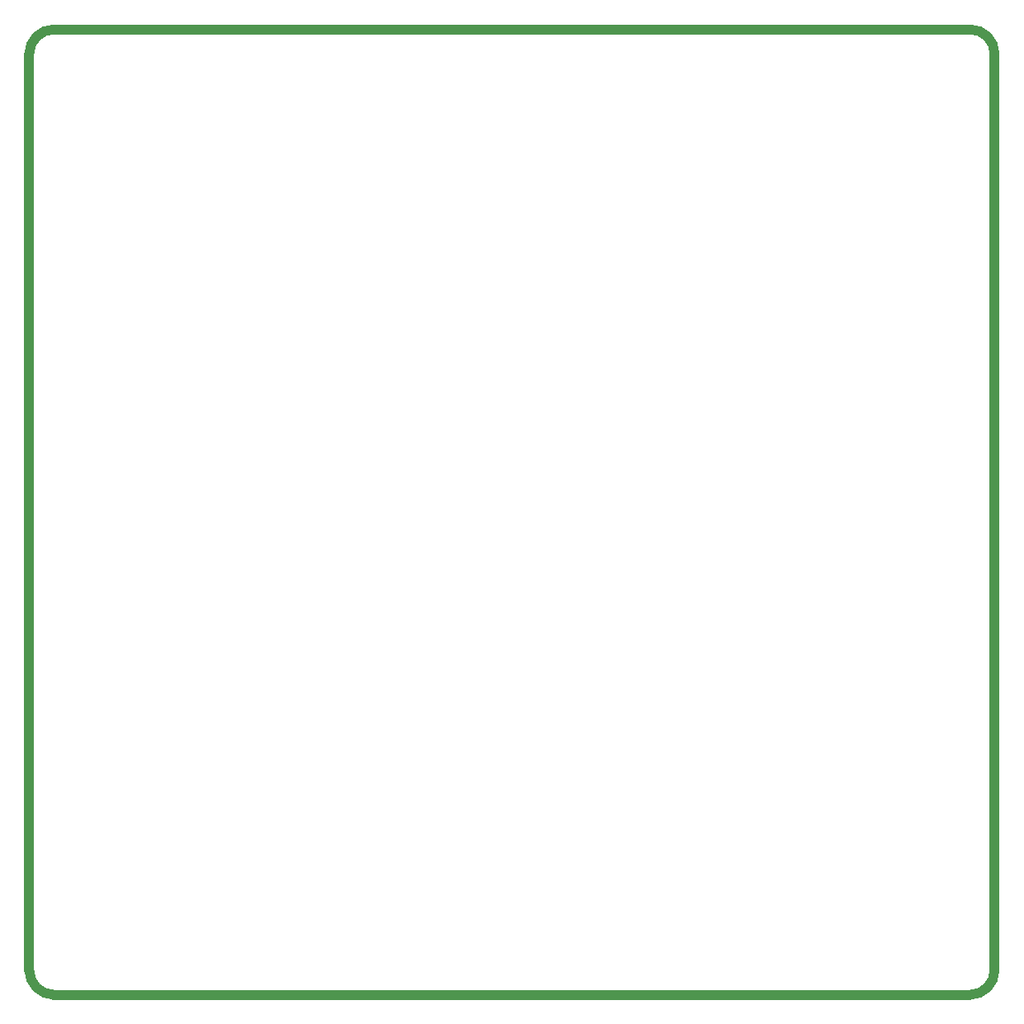
<source format=gm1>
G04 #@! TF.GenerationSoftware,KiCad,Pcbnew,5.1.4-e60b266~84~ubuntu18.04.1*
G04 #@! TF.CreationDate,2019-11-04T13:45:43-06:00*
G04 #@! TF.ProjectId,2056-LPC546xxJyyyBD208-breakout,32303536-2d4c-4504-9335-343678784a79,rev?*
G04 #@! TF.SameCoordinates,Original*
G04 #@! TF.FileFunction,Profile,NP*
%FSLAX46Y46*%
G04 Gerber Fmt 4.6, Leading zero omitted, Abs format (unit mm)*
G04 Created by KiCad (PCBNEW 5.1.4-e60b266~84~ubuntu18.04.1) date 2019-11-04 13:45:43*
%MOMM*%
%LPD*%
G04 APERTURE LIST*
%ADD10C,1.000000*%
G04 APERTURE END LIST*
D10*
X78740000Y-149860000D02*
G75*
G02X76200000Y-147320000I0J2540000D01*
G01*
X76200000Y-53340000D02*
G75*
G02X78740000Y-50800000I2540000J0D01*
G01*
X172720000Y-50800000D02*
G75*
G02X175260000Y-53340000I0J-2540000D01*
G01*
X175260000Y-147320000D02*
G75*
G02X172720000Y-149860000I-2540000J0D01*
G01*
X76200000Y-147320000D02*
X76200000Y-53340000D01*
X172720000Y-149860000D02*
X78740000Y-149860000D01*
X175260000Y-53340000D02*
X175260000Y-147320000D01*
X78740000Y-50800000D02*
X172720000Y-50800000D01*
M02*

</source>
